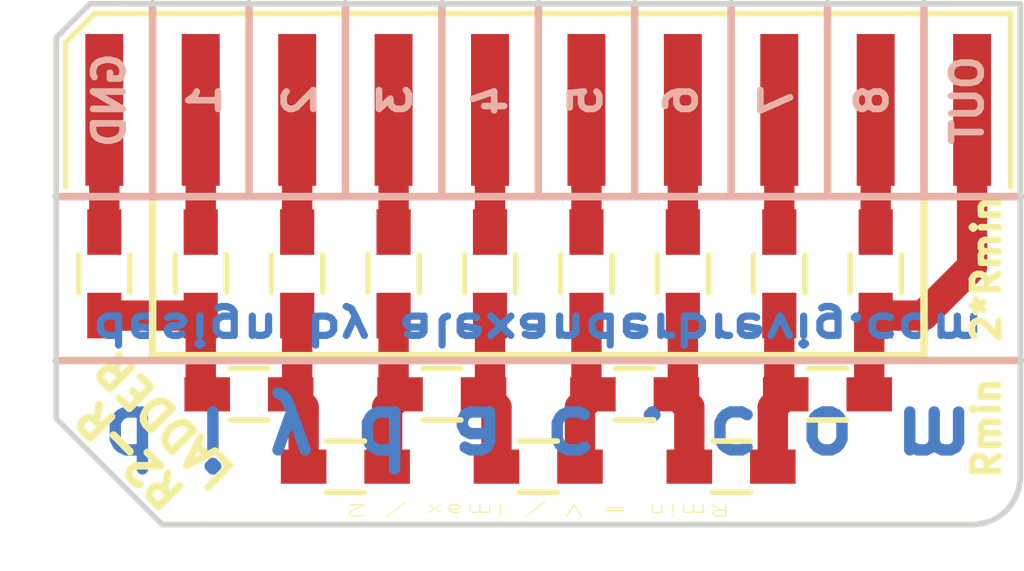
<source format=kicad_pcb>

(kicad_pcb
  (version 4)
  (host pcbnew "(2015-08-16 BZR 6097, Git b384c94)-product")
  (general
    (links 25)
    (no_connects 14)
    (area 178.994999 100.761999 204.545001 114.629001)
    (thickness 1.6)
    (drawings 36)
    (tracks 42)
    (zones 0)
    (modules 17)
    (nets 18))
  (page A)
  (layers
    (0 F.Cu signal)
    (31 B.Cu signal)
    (32 B.Adhes user)
    (33 F.Adhes user)
    (34 B.Paste user)
    (35 F.Paste user)
    (36 B.SilkS user)
    (37 F.SilkS user)
    (38 B.Mask user)
    (39 F.Mask user)
    (40 Dwgs.User user)
    (41 Cmts.User user)
    (42 Eco1.User user)
    (43 Eco2.User user)
    (44 Edge.Cuts user)
    (45 Margin user)
    (46 B.CrtYd user)
    (47 F.CrtYd user)
    (48 B.Fab user)
    (49 F.Fab user))
  (setup
    (last_trace_width 0.8)
    (trace_clearance 0.2)
    (zone_clearance 0.508)
    (zone_45_only yes)
    (trace_min 0.2)
    (segment_width 0.2)
    (edge_width 0.15)
    (via_size 0.6)
    (via_drill 0.4)
    (via_min_size 0.4)
    (via_min_drill 0.3)
    (uvia_size 0.3)
    (uvia_drill 0.1)
    (uvias_allowed no)
    (uvia_min_size 0.2)
    (uvia_min_drill 0.1)
    (pcb_text_width 0.3)
    (pcb_text_size 1.5 1.5)
    (mod_edge_width 0.15)
    (mod_text_size 1 1)
    (mod_text_width 0.15)
    (pad_size 1.524 1.524)
    (pad_drill 0.762)
    (pad_to_mask_clearance 0.2)
    (aux_axis_origin 0 0)
    (grid_origin 179.072 100.837)
    (visible_elements FFFFFF7F)
    (pcbplotparams
      (layerselection 0x010f0_80000001)
      (usegerberextensions true)
      (excludeedgelayer true)
      (linewidth 0.02)
      (plotframeref false)
      (viasonmask false)
      (mode 1)
      (useauxorigin false)
      (hpglpennumber 1)
      (hpglpenspeed 20)
      (hpglpendiameter 15)
      (hpglpenoverlay 2)
      (psnegative false)
      (psa4output false)
      (plotreference false)
      (plotvalue false)
      (plotinvisibletext false)
      (padsonsilk false)
      (subtractmaskfromsilk false)
      (outputformat 1)
      (mirror false)
      (drillshape 0)
      (scaleselection 1)
      (outputdirectory fab/)))
  (net 0 "")
  (net 1 GND)
  (net 2 "Net-(2R0-Pad2)")
  (net 3 "Net-(2R1-Pad1)")
  (net 4 "Net-(2R2-Pad1)")
  (net 5 "Net-(2R2-Pad2)")
  (net 6 "Net-(2R3-Pad1)")
  (net 7 "Net-(2R3-Pad2)")
  (net 8 "Net-(2R4-Pad1)")
  (net 9 "Net-(2R4-Pad2)")
  (net 10 "Net-(2R5-Pad1)")
  (net 11 "Net-(2R5-Pad2)")
  (net 12 "Net-(2R6-Pad1)")
  (net 13 "Net-(2R6-Pad2)")
  (net 14 "Net-(2R7-Pad1)")
  (net 15 "Net-(2R7-Pad2)")
  (net 16 "Net-(2R8-Pad1)")
  (net 17 "Net-(2R8-Pad2)")
  (net_class Default "This is the default net class."
    (clearance 0.2)
    (trace_width 0.8)
    (via_dia 0.6)
    (via_drill 0.4)
    (uvia_dia 0.3)
    (uvia_drill 0.1)
    (add_net GND)
    (add_net "Net-(2R0-Pad2)")
    (add_net "Net-(2R1-Pad1)")
    (add_net "Net-(2R2-Pad1)")
    (add_net "Net-(2R2-Pad2)")
    (add_net "Net-(2R3-Pad1)")
    (add_net "Net-(2R3-Pad2)")
    (add_net "Net-(2R4-Pad1)")
    (add_net "Net-(2R4-Pad2)")
    (add_net "Net-(2R5-Pad1)")
    (add_net "Net-(2R5-Pad2)")
    (add_net "Net-(2R6-Pad1)")
    (add_net "Net-(2R6-Pad2)")
    (add_net "Net-(2R7-Pad1)")
    (add_net "Net-(2R7-Pad2)")
    (add_net "Net-(2R8-Pad1)")
    (add_net "Net-(2R8-Pad2)"))
  (module Resistors_SMD:R_0603_HandSoldering
    (layer F.Cu)
    (tedit 55E963AB)
    (tstamp inf)
    (at 180.34 107.95 270)
    (descr "Resistor SMD 0603, hand soldering")
    (tags "resistor 0603")
    (path /55E966A0)
    (attr smd)
    (fp_text reference 2R0
      (at 0 -1.9 270)
      (layer F.SilkS) hide
      (effects
        (font
          (size 1 1)
          (thickness 0.15))))
    (fp_text value " "
      (at 0 1.9 270)
      (layer F.Fab)
      (effects
        (font
          (size 1 1)
          (thickness 0.15))))
    (fp_line
      (start -2 -0.8)
      (end 2 -0.8)
      (layer F.CrtYd)
      (width 0.05))
    (fp_line
      (start -2 0.8)
      (end 2 0.8)
      (layer F.CrtYd)
      (width 0.05))
    (fp_line
      (start -2 -0.8)
      (end -2 0.8)
      (layer F.CrtYd)
      (width 0.05))
    (fp_line
      (start 2 -0.8)
      (end 2 0.8)
      (layer F.CrtYd)
      (width 0.05))
    (fp_line
      (start 0.5 0.675)
      (end -0.5 0.675)
      (layer F.SilkS)
      (width 0.15))
    (fp_line
      (start -0.5 -0.675)
      (end 0.5 -0.675)
      (layer F.SilkS)
      (width 0.15))
    (pad 1 smd rect
      (at -1.1 0 270)
      (size 1.2 0.9)
      (layers F.Cu F.Paste F.Mask)
      (net 1 GND))
    (pad 2 smd rect
      (at 1.1 0 270)
      (size 1.2 0.9)
      (layers F.Cu F.Paste F.Mask)
      (net 2 "Net-(2R0-Pad2)"))
    (model Resistors_SMD.3dshapes/R_0603_HandSoldering.wrl
      (at
        (xyz 0 0 0))
      (scale
        (xyz 1 1 1))
      (rotate
        (xyz 0 0 0))))
  (module Resistors_SMD:R_0603_HandSoldering
    (layer F.Cu)
    (tedit 55E963B3)
    (tstamp 55E9625C)
    (at 182.88 107.95 270)
    (descr "Resistor SMD 0603, hand soldering")
    (tags "resistor 0603")
    (path /55E96239)
    (attr smd)
    (fp_text reference 2R1
      (at 0 -1.9 270)
      (layer F.SilkS) hide
      (effects
        (font
          (size 1 1)
          (thickness 0.15))))
    (fp_text value " "
      (at 0 1.9 270)
      (layer F.Fab)
      (effects
        (font
          (size 1 1)
          (thickness 0.15))))
    (fp_line
      (start -2 -0.8)
      (end 2 -0.8)
      (layer F.CrtYd)
      (width 0.05))
    (fp_line
      (start -2 0.8)
      (end 2 0.8)
      (layer F.CrtYd)
      (width 0.05))
    (fp_line
      (start -2 -0.8)
      (end -2 0.8)
      (layer F.CrtYd)
      (width 0.05))
    (fp_line
      (start 2 -0.8)
      (end 2 0.8)
      (layer F.CrtYd)
      (width 0.05))
    (fp_line
      (start 0.5 0.675)
      (end -0.5 0.675)
      (layer F.SilkS)
      (width 0.15))
    (fp_line
      (start -0.5 -0.675)
      (end 0.5 -0.675)
      (layer F.SilkS)
      (width 0.15))
    (pad 1 smd rect
      (at -1.1 0 270)
      (size 1.2 0.9)
      (layers F.Cu F.Paste F.Mask)
      (net 3 "Net-(2R1-Pad1)"))
    (pad 2 smd rect
      (at 1.1 0 270)
      (size 1.2 0.9)
      (layers F.Cu F.Paste F.Mask)
      (net 2 "Net-(2R0-Pad2)"))
    (model Resistors_SMD.3dshapes/R_0603_HandSoldering.wrl
      (at
        (xyz 0 0 0))
      (scale
        (xyz 1 1 1))
      (rotate
        (xyz 0 0 0))))
  (module Resistors_SMD:R_0603_HandSoldering
    (layer F.Cu)
    (tedit 55E963BB)
    (tstamp inf)
    (at 185.42 107.95 270)
    (descr "Resistor SMD 0603, hand soldering")
    (tags "resistor 0603")
    (path /55E96296)
    (attr smd)
    (fp_text reference 2R2
      (at 0 -1.9 270)
      (layer F.SilkS) hide
      (effects
        (font
          (size 1 1)
          (thickness 0.15))))
    (fp_text value " "
      (at 0 1.9 270)
      (layer F.Fab) hide
      (effects
        (font
          (size 1 1)
          (thickness 0.15))))
    (fp_line
      (start -2 -0.8)
      (end 2 -0.8)
      (layer F.CrtYd)
      (width 0.05))
    (fp_line
      (start -2 0.8)
      (end 2 0.8)
      (layer F.CrtYd)
      (width 0.05))
    (fp_line
      (start -2 -0.8)
      (end -2 0.8)
      (layer F.CrtYd)
      (width 0.05))
    (fp_line
      (start 2 -0.8)
      (end 2 0.8)
      (layer F.CrtYd)
      (width 0.05))
    (fp_line
      (start 0.5 0.675)
      (end -0.5 0.675)
      (layer F.SilkS)
      (width 0.15))
    (fp_line
      (start -0.5 -0.675)
      (end 0.5 -0.675)
      (layer F.SilkS)
      (width 0.15))
    (pad 1 smd rect
      (at -1.1 0 270)
      (size 1.2 0.9)
      (layers F.Cu F.Paste F.Mask)
      (net 4 "Net-(2R2-Pad1)"))
    (pad 2 smd rect
      (at 1.1 0 270)
      (size 1.2 0.9)
      (layers F.Cu F.Paste F.Mask)
      (net 5 "Net-(2R2-Pad2)"))
    (model Resistors_SMD.3dshapes/R_0603_HandSoldering.wrl
      (at
        (xyz 0 0 0))
      (scale
        (xyz 1 1 1))
      (rotate
        (xyz 0 0 0))))
  (module Resistors_SMD:R_0603_HandSoldering
    (layer F.Cu)
    (tedit 55E963C3)
    (tstamp inf)
    (at 187.96 107.95 270)
    (descr "Resistor SMD 0603, hand soldering")
    (tags "resistor 0603")
    (path /55E962C6)
    (attr smd)
    (fp_text reference 2R3
      (at 0 -1.9 270)
      (layer F.SilkS) hide
      (effects
        (font
          (size 1 1)
          (thickness 0.15))))
    (fp_text value " "
      (at 0 1.9 270)
      (layer F.Fab)
      (effects
        (font
          (size 1 1)
          (thickness 0.15))))
    (fp_line
      (start -2 -0.8)
      (end 2 -0.8)
      (layer F.CrtYd)
      (width 0.05))
    (fp_line
      (start -2 0.8)
      (end 2 0.8)
      (layer F.CrtYd)
      (width 0.05))
    (fp_line
      (start -2 -0.8)
      (end -2 0.8)
      (layer F.CrtYd)
      (width 0.05))
    (fp_line
      (start 2 -0.8)
      (end 2 0.8)
      (layer F.CrtYd)
      (width 0.05))
    (fp_line
      (start 0.5 0.675)
      (end -0.5 0.675)
      (layer F.SilkS)
      (width 0.15))
    (fp_line
      (start -0.5 -0.675)
      (end 0.5 -0.675)
      (layer F.SilkS)
      (width 0.15))
    (pad 1 smd rect
      (at -1.1 0 270)
      (size 1.2 0.9)
      (layers F.Cu F.Paste F.Mask)
      (net 6 "Net-(2R3-Pad1)"))
    (pad 2 smd rect
      (at 1.1 0 270)
      (size 1.2 0.9)
      (layers F.Cu F.Paste F.Mask)
      (net 7 "Net-(2R3-Pad2)"))
    (model Resistors_SMD.3dshapes/R_0603_HandSoldering.wrl
      (at
        (xyz 0 0 0))
      (scale
        (xyz 1 1 1))
      (rotate
        (xyz 0 0 0))))
  (module Resistors_SMD:R_0603_HandSoldering
    (layer F.Cu)
    (tedit 55E963C9)
    (tstamp 55E9626E)
    (at 190.5 107.95 270)
    (descr "Resistor SMD 0603, hand soldering")
    (tags "resistor 0603")
    (path /55E962E2)
    (attr smd)
    (fp_text reference 2R4
      (at 0 -1.9 270)
      (layer F.SilkS) hide
      (effects
        (font
          (size 1 1)
          (thickness 0.15))))
    (fp_text value " "
      (at 0 1.9 270)
      (layer F.Fab)
      (effects
        (font
          (size 1 1)
          (thickness 0.15))))
    (fp_line
      (start -2 -0.8)
      (end 2 -0.8)
      (layer F.CrtYd)
      (width 0.05))
    (fp_line
      (start -2 0.8)
      (end 2 0.8)
      (layer F.CrtYd)
      (width 0.05))
    (fp_line
      (start -2 -0.8)
      (end -2 0.8)
      (layer F.CrtYd)
      (width 0.05))
    (fp_line
      (start 2 -0.8)
      (end 2 0.8)
      (layer F.CrtYd)
      (width 0.05))
    (fp_line
      (start 0.5 0.675)
      (end -0.5 0.675)
      (layer F.SilkS)
      (width 0.15))
    (fp_line
      (start -0.5 -0.675)
      (end 0.5 -0.675)
      (layer F.SilkS)
      (width 0.15))
    (pad 1 smd rect
      (at -1.1 0 270)
      (size 1.2 0.9)
      (layers F.Cu F.Paste F.Mask)
      (net 8 "Net-(2R4-Pad1)"))
    (pad 2 smd rect
      (at 1.1 0 270)
      (size 1.2 0.9)
      (layers F.Cu F.Paste F.Mask)
      (net 9 "Net-(2R4-Pad2)"))
    (model Resistors_SMD.3dshapes/R_0603_HandSoldering.wrl
      (at
        (xyz 0 0 0))
      (scale
        (xyz 1 1 1))
      (rotate
        (xyz 0 0 0))))
  (module Resistors_SMD:R_0603_HandSoldering
    (layer F.Cu)
    (tedit 55E963CD)
    (tstamp inf)
    (at 193.04 107.95 270)
    (descr "Resistor SMD 0603, hand soldering")
    (tags "resistor 0603")
    (path /55E96301)
    (attr smd)
    (fp_text reference 2R5
      (at 0 -1.9 270)
      (layer F.SilkS) hide
      (effects
        (font
          (size 1 1)
          (thickness 0.15))))
    (fp_text value " "
      (at 0 1.9 270)
      (layer F.Fab)
      (effects
        (font
          (size 1 1)
          (thickness 0.15))))
    (fp_line
      (start -2 -0.8)
      (end 2 -0.8)
      (layer F.CrtYd)
      (width 0.05))
    (fp_line
      (start -2 0.8)
      (end 2 0.8)
      (layer F.CrtYd)
      (width 0.05))
    (fp_line
      (start -2 -0.8)
      (end -2 0.8)
      (layer F.CrtYd)
      (width 0.05))
    (fp_line
      (start 2 -0.8)
      (end 2 0.8)
      (layer F.CrtYd)
      (width 0.05))
    (fp_line
      (start 0.5 0.675)
      (end -0.5 0.675)
      (layer F.SilkS)
      (width 0.15))
    (fp_line
      (start -0.5 -0.675)
      (end 0.5 -0.675)
      (layer F.SilkS)
      (width 0.15))
    (pad 1 smd rect
      (at -1.1 0 270)
      (size 1.2 0.9)
      (layers F.Cu F.Paste F.Mask)
      (net 10 "Net-(2R5-Pad1)"))
    (pad 2 smd rect
      (at 1.1 0 270)
      (size 1.2 0.9)
      (layers F.Cu F.Paste F.Mask)
      (net 11 "Net-(2R5-Pad2)"))
    (model Resistors_SMD.3dshapes/R_0603_HandSoldering.wrl
      (at
        (xyz 0 0 0))
      (scale
        (xyz 1 1 1))
      (rotate
        (xyz 0 0 0))))
  (module Resistors_SMD:R_0603_HandSoldering
    (layer F.Cu)
    (tedit 55E963D6)
    (tstamp 55E9627A)
    (at 195.58 107.95 270)
    (descr "Resistor SMD 0603, hand soldering")
    (tags "resistor 0603")
    (path /55E96323)
    (attr smd)
    (fp_text reference 2R6
      (at 0 -1.9 270)
      (layer F.SilkS) hide
      (effects
        (font
          (size 1 1)
          (thickness 0.15))))
    (fp_text value " "
      (at 0 1.9 270)
      (layer F.Fab)
      (effects
        (font
          (size 1 1)
          (thickness 0.15))))
    (fp_line
      (start -2 -0.8)
      (end 2 -0.8)
      (layer F.CrtYd)
      (width 0.05))
    (fp_line
      (start -2 0.8)
      (end 2 0.8)
      (layer F.CrtYd)
      (width 0.05))
    (fp_line
      (start -2 -0.8)
      (end -2 0.8)
      (layer F.CrtYd)
      (width 0.05))
    (fp_line
      (start 2 -0.8)
      (end 2 0.8)
      (layer F.CrtYd)
      (width 0.05))
    (fp_line
      (start 0.5 0.675)
      (end -0.5 0.675)
      (layer F.SilkS)
      (width 0.15))
    (fp_line
      (start -0.5 -0.675)
      (end 0.5 -0.675)
      (layer F.SilkS)
      (width 0.15))
    (pad 1 smd rect
      (at -1.1 0 270)
      (size 1.2 0.9)
      (layers F.Cu F.Paste F.Mask)
      (net 12 "Net-(2R6-Pad1)"))
    (pad 2 smd rect
      (at 1.1 0 270)
      (size 1.2 0.9)
      (layers F.Cu F.Paste F.Mask)
      (net 13 "Net-(2R6-Pad2)"))
    (model Resistors_SMD.3dshapes/R_0603_HandSoldering.wrl
      (at
        (xyz 0 0 0))
      (scale
        (xyz 1 1 1))
      (rotate
        (xyz 0 0 0))))
  (module Resistors_SMD:R_0603_HandSoldering
    (layer F.Cu)
    (tedit 55E963DB)
    (tstamp inf)
    (at 198.12 107.95 270)
    (descr "Resistor SMD 0603, hand soldering")
    (tags "resistor 0603")
    (path /55E96348)
    (attr smd)
    (fp_text reference 2R7
      (at 0 -1.9 270)
      (layer F.SilkS) hide
      (effects
        (font
          (size 1 1)
          (thickness 0.15))))
    (fp_text value " "
      (at 0 1.9 270)
      (layer F.Fab)
      (effects
        (font
          (size 1 1)
          (thickness 0.15))))
    (fp_line
      (start -2 -0.8)
      (end 2 -0.8)
      (layer F.CrtYd)
      (width 0.05))
    (fp_line
      (start -2 0.8)
      (end 2 0.8)
      (layer F.CrtYd)
      (width 0.05))
    (fp_line
      (start -2 -0.8)
      (end -2 0.8)
      (layer F.CrtYd)
      (width 0.05))
    (fp_line
      (start 2 -0.8)
      (end 2 0.8)
      (layer F.CrtYd)
      (width 0.05))
    (fp_line
      (start 0.5 0.675)
      (end -0.5 0.675)
      (layer F.SilkS)
      (width 0.15))
    (fp_line
      (start -0.5 -0.675)
      (end 0.5 -0.675)
      (layer F.SilkS)
      (width 0.15))
    (pad 1 smd rect
      (at -1.1 0 270)
      (size 1.2 0.9)
      (layers F.Cu F.Paste F.Mask)
      (net 14 "Net-(2R7-Pad1)"))
    (pad 2 smd rect
      (at 1.1 0 270)
      (size 1.2 0.9)
      (layers F.Cu F.Paste F.Mask)
      (net 15 "Net-(2R7-Pad2)"))
    (model Resistors_SMD.3dshapes/R_0603_HandSoldering.wrl
      (at
        (xyz 0 0 0))
      (scale
        (xyz 1 1 1))
      (rotate
        (xyz 0 0 0))))
  (module Resistors_SMD:R_0603_HandSoldering
    (layer F.Cu)
    (tedit 55E963DF)
    (tstamp inf)
    (at 200.66 107.95 270)
    (descr "Resistor SMD 0603, hand soldering")
    (tags "resistor 0603")
    (path /55E96370)
    (attr smd)
    (fp_text reference 2R8
      (at 0 -1.9 270)
      (layer F.SilkS) hide
      (effects
        (font
          (size 1 1)
          (thickness 0.15))))
    (fp_text value " "
      (at 0 1.9 270)
      (layer F.Fab)
      (effects
        (font
          (size 1 1)
          (thickness 0.15))))
    (fp_line
      (start -2 -0.8)
      (end 2 -0.8)
      (layer F.CrtYd)
      (width 0.05))
    (fp_line
      (start -2 0.8)
      (end 2 0.8)
      (layer F.CrtYd)
      (width 0.05))
    (fp_line
      (start -2 -0.8)
      (end -2 0.8)
      (layer F.CrtYd)
      (width 0.05))
    (fp_line
      (start 2 -0.8)
      (end 2 0.8)
      (layer F.CrtYd)
      (width 0.05))
    (fp_line
      (start 0.5 0.675)
      (end -0.5 0.675)
      (layer F.SilkS)
      (width 0.15))
    (fp_line
      (start -0.5 -0.675)
      (end 0.5 -0.675)
      (layer F.SilkS)
      (width 0.15))
    (pad 1 smd rect
      (at -1.1 0 270)
      (size 1.2 0.9)
      (layers F.Cu F.Paste F.Mask)
      (net 16 "Net-(2R8-Pad1)"))
    (pad 2 smd rect
      (at 1.1 0 270)
      (size 1.2 0.9)
      (layers F.Cu F.Paste F.Mask)
      (net 17 "Net-(2R8-Pad2)"))
    (model Resistors_SMD.3dshapes/R_0603_HandSoldering.wrl
      (at
        (xyz 0 0 0))
      (scale
        (xyz 1 1 1))
      (rotate
        (xyz 0 0 0))))
  (module Resistors_SMD:R_0603_HandSoldering
    (layer F.Cu)
    (tedit 55E963B7)
    (tstamp 55E9629E)
    (at 184.15 111.125)
    (descr "Resistor SMD 0603, hand soldering")
    (tags "resistor 0603")
    (path /55E96EBB)
    (attr smd)
    (fp_text reference R1
      (at 0 -1.9)
      (layer F.SilkS) hide
      (effects
        (font
          (size 1 1)
          (thickness 0.15))))
    (fp_text value " "
      (at 0 1.9)
      (layer F.Fab)
      (effects
        (font
          (size 1 1)
          (thickness 0.15))))
    (fp_line
      (start -2 -0.8)
      (end 2 -0.8)
      (layer F.CrtYd)
      (width 0.05))
    (fp_line
      (start -2 0.8)
      (end 2 0.8)
      (layer F.CrtYd)
      (width 0.05))
    (fp_line
      (start -2 -0.8)
      (end -2 0.8)
      (layer F.CrtYd)
      (width 0.05))
    (fp_line
      (start 2 -0.8)
      (end 2 0.8)
      (layer F.CrtYd)
      (width 0.05))
    (fp_line
      (start 0.5 0.675)
      (end -0.5 0.675)
      (layer F.SilkS)
      (width 0.15))
    (fp_line
      (start -0.5 -0.675)
      (end 0.5 -0.675)
      (layer F.SilkS)
      (width 0.15))
    (pad 1 smd rect
      (at -1.1 0)
      (size 1.2 0.9)
      (layers F.Cu F.Paste F.Mask)
      (net 2 "Net-(2R0-Pad2)"))
    (pad 2 smd rect
      (at 1.1 0)
      (size 1.2 0.9)
      (layers F.Cu F.Paste F.Mask)
      (net 5 "Net-(2R2-Pad2)"))
    (model Resistors_SMD.3dshapes/R_0603_HandSoldering.wrl
      (at
        (xyz 0 0 0))
      (scale
        (xyz 1 1 1))
      (rotate
        (xyz 0 0 0))))
  (module Resistors_SMD:R_0603_HandSoldering
    (layer F.Cu)
    (tedit 55E963EB)
    (tstamp 55E962A4)
    (at 186.69 113.03)
    (descr "Resistor SMD 0603, hand soldering")
    (tags "resistor 0603")
    (path /55E96FF9)
    (attr smd)
    (fp_text reference R2
      (at 0 -1.9)
      (layer F.SilkS) hide
      (effects
        (font
          (size 1 1)
          (thickness 0.15))))
    (fp_text value " "
      (at 0 1.9)
      (layer F.Fab)
      (effects
        (font
          (size 1 1)
          (thickness 0.15))))
    (fp_line
      (start -2 -0.8)
      (end 2 -0.8)
      (layer F.CrtYd)
      (width 0.05))
    (fp_line
      (start -2 0.8)
      (end 2 0.8)
      (layer F.CrtYd)
      (width 0.05))
    (fp_line
      (start -2 -0.8)
      (end -2 0.8)
      (layer F.CrtYd)
      (width 0.05))
    (fp_line
      (start 2 -0.8)
      (end 2 0.8)
      (layer F.CrtYd)
      (width 0.05))
    (fp_line
      (start 0.5 0.675)
      (end -0.5 0.675)
      (layer F.SilkS)
      (width 0.15))
    (fp_line
      (start -0.5 -0.675)
      (end 0.5 -0.675)
      (layer F.SilkS)
      (width 0.15))
    (pad 1 smd rect
      (at -1.1 0)
      (size 1.2 0.9)
      (layers F.Cu F.Paste F.Mask)
      (net 5 "Net-(2R2-Pad2)"))
    (pad 2 smd rect
      (at 1.1 0)
      (size 1.2 0.9)
      (layers F.Cu F.Paste F.Mask)
      (net 7 "Net-(2R3-Pad2)"))
    (model Resistors_SMD.3dshapes/R_0603_HandSoldering.wrl
      (at
        (xyz 0 0 0))
      (scale
        (xyz 1 1 1))
      (rotate
        (xyz 0 0 0))))
  (module Resistors_SMD:R_0603_HandSoldering
    (layer F.Cu)
    (tedit 55E963C6)
    (tstamp 55E962AA)
    (at 189.23 111.125)
    (descr "Resistor SMD 0603, hand soldering")
    (tags "resistor 0603")
    (path /55E9708D)
    (attr smd)
    (fp_text reference R3
      (at 0 -1.9)
      (layer F.SilkS) hide
      (effects
        (font
          (size 1 1)
          (thickness 0.15))))
    (fp_text value " "
      (at 0 1.9)
      (layer F.Fab)
      (effects
        (font
          (size 1 1)
          (thickness 0.15))))
    (fp_line
      (start -2 -0.8)
      (end 2 -0.8)
      (layer F.CrtYd)
      (width 0.05))
    (fp_line
      (start -2 0.8)
      (end 2 0.8)
      (layer F.CrtYd)
      (width 0.05))
    (fp_line
      (start -2 -0.8)
      (end -2 0.8)
      (layer F.CrtYd)
      (width 0.05))
    (fp_line
      (start 2 -0.8)
      (end 2 0.8)
      (layer F.CrtYd)
      (width 0.05))
    (fp_line
      (start 0.5 0.675)
      (end -0.5 0.675)
      (layer F.SilkS)
      (width 0.15))
    (fp_line
      (start -0.5 -0.675)
      (end 0.5 -0.675)
      (layer F.SilkS)
      (width 0.15))
    (pad 1 smd rect
      (at -1.1 0)
      (size 1.2 0.9)
      (layers F.Cu F.Paste F.Mask)
      (net 7 "Net-(2R3-Pad2)"))
    (pad 2 smd rect
      (at 1.1 0)
      (size 1.2 0.9)
      (layers F.Cu F.Paste F.Mask)
      (net 9 "Net-(2R4-Pad2)"))
    (model Resistors_SMD.3dshapes/R_0603_HandSoldering.wrl
      (at
        (xyz 0 0 0))
      (scale
        (xyz 1 1 1))
      (rotate
        (xyz 0 0 0))))
  (module Resistors_SMD:R_0603_HandSoldering
    (layer F.Cu)
    (tedit 55E963E5)
    (tstamp 55E962B0)
    (at 191.77 113.03)
    (descr "Resistor SMD 0603, hand soldering")
    (tags "resistor 0603")
    (path /55E97098)
    (attr smd)
    (fp_text reference R4
      (at 0 -1.9)
      (layer F.SilkS) hide
      (effects
        (font
          (size 1 1)
          (thickness 0.15))))
    (fp_text value " "
      (at 0 1.9)
      (layer F.Fab)
      (effects
        (font
          (size 1 1)
          (thickness 0.15))))
    (fp_line
      (start -2 -0.8)
      (end 2 -0.8)
      (layer F.CrtYd)
      (width 0.05))
    (fp_line
      (start -2 0.8)
      (end 2 0.8)
      (layer F.CrtYd)
      (width 0.05))
    (fp_line
      (start -2 -0.8)
      (end -2 0.8)
      (layer F.CrtYd)
      (width 0.05))
    (fp_line
      (start 2 -0.8)
      (end 2 0.8)
      (layer F.CrtYd)
      (width 0.05))
    (fp_line
      (start 0.5 0.675)
      (end -0.5 0.675)
      (layer F.SilkS)
      (width 0.15))
    (fp_line
      (start -0.5 -0.675)
      (end 0.5 -0.675)
      (layer F.SilkS)
      (width 0.15))
    (pad 1 smd rect
      (at -1.1 0)
      (size 1.2 0.9)
      (layers F.Cu F.Paste F.Mask)
      (net 9 "Net-(2R4-Pad2)"))
    (pad 2 smd rect
      (at 1.1 0)
      (size 1.2 0.9)
      (layers F.Cu F.Paste F.Mask)
      (net 11 "Net-(2R5-Pad2)"))
    (model Resistors_SMD.3dshapes/R_0603_HandSoldering.wrl
      (at
        (xyz 0 0 0))
      (scale
        (xyz 1 1 1))
      (rotate
        (xyz 0 0 0))))
  (module Resistors_SMD:R_0603_HandSoldering
    (layer F.Cu)
    (tedit 55E963D0)
    (tstamp 55E962B6)
    (at 194.31 111.125)
    (descr "Resistor SMD 0603, hand soldering")
    (tags "resistor 0603")
    (path /55E97117)
    (attr smd)
    (fp_text reference R5
      (at 0 -1.9)
      (layer F.SilkS) hide
      (effects
        (font
          (size 1 1)
          (thickness 0.15))))
    (fp_text value " "
      (at 0 1.9)
      (layer F.Fab)
      (effects
        (font
          (size 1 1)
          (thickness 0.15))))
    (fp_line
      (start -2 -0.8)
      (end 2 -0.8)
      (layer F.CrtYd)
      (width 0.05))
    (fp_line
      (start -2 0.8)
      (end 2 0.8)
      (layer F.CrtYd)
      (width 0.05))
    (fp_line
      (start -2 -0.8)
      (end -2 0.8)
      (layer F.CrtYd)
      (width 0.05))
    (fp_line
      (start 2 -0.8)
      (end 2 0.8)
      (layer F.CrtYd)
      (width 0.05))
    (fp_line
      (start 0.5 0.675)
      (end -0.5 0.675)
      (layer F.SilkS)
      (width 0.15))
    (fp_line
      (start -0.5 -0.675)
      (end 0.5 -0.675)
      (layer F.SilkS)
      (width 0.15))
    (pad 1 smd rect
      (at -1.1 0)
      (size 1.2 0.9)
      (layers F.Cu F.Paste F.Mask)
      (net 11 "Net-(2R5-Pad2)"))
    (pad 2 smd rect
      (at 1.1 0)
      (size 1.2 0.9)
      (layers F.Cu F.Paste F.Mask)
      (net 13 "Net-(2R6-Pad2)"))
    (model Resistors_SMD.3dshapes/R_0603_HandSoldering.wrl
      (at
        (xyz 0 0 0))
      (scale
        (xyz 1 1 1))
      (rotate
        (xyz 0 0 0))))
  (module Resistors_SMD:R_0603_HandSoldering
    (layer F.Cu)
    (tedit 55E963E3)
    (tstamp 55E962BC)
    (at 196.85 113.03)
    (descr "Resistor SMD 0603, hand soldering")
    (tags "resistor 0603")
    (path /55E97122)
    (attr smd)
    (fp_text reference R6
      (at 0 -1.9)
      (layer F.SilkS) hide
      (effects
        (font
          (size 1 1)
          (thickness 0.15))))
    (fp_text value " "
      (at 0 1.9)
      (layer F.Fab)
      (effects
        (font
          (size 1 1)
          (thickness 0.15))))
    (fp_line
      (start -2 -0.8)
      (end 2 -0.8)
      (layer F.CrtYd)
      (width 0.05))
    (fp_line
      (start -2 0.8)
      (end 2 0.8)
      (layer F.CrtYd)
      (width 0.05))
    (fp_line
      (start -2 -0.8)
      (end -2 0.8)
      (layer F.CrtYd)
      (width 0.05))
    (fp_line
      (start 2 -0.8)
      (end 2 0.8)
      (layer F.CrtYd)
      (width 0.05))
    (fp_line
      (start 0.5 0.675)
      (end -0.5 0.675)
      (layer F.SilkS)
      (width 0.15))
    (fp_line
      (start -0.5 -0.675)
      (end 0.5 -0.675)
      (layer F.SilkS)
      (width 0.15))
    (pad 1 smd rect
      (at -1.1 0)
      (size 1.2 0.9)
      (layers F.Cu F.Paste F.Mask)
      (net 13 "Net-(2R6-Pad2)"))
    (pad 2 smd rect
      (at 1.1 0)
      (size 1.2 0.9)
      (layers F.Cu F.Paste F.Mask)
      (net 15 "Net-(2R7-Pad2)"))
    (model Resistors_SMD.3dshapes/R_0603_HandSoldering.wrl
      (at
        (xyz 0 0 0))
      (scale
        (xyz 1 1 1))
      (rotate
        (xyz 0 0 0))))
  (module Resistors_SMD:R_0603_HandSoldering
    (layer F.Cu)
    (tedit 55E963DD)
    (tstamp 55E962C2)
    (at 199.39 111.125)
    (descr "Resistor SMD 0603, hand soldering")
    (tags "resistor 0603")
    (path /55E9712D)
    (attr smd)
    (fp_text reference R7
      (at 0 -1.9)
      (layer F.SilkS) hide
      (effects
        (font
          (size 1 1)
          (thickness 0.15))))
    (fp_text value " "
      (at 0 1.9)
      (layer F.Fab)
      (effects
        (font
          (size 1 1)
          (thickness 0.15))))
    (fp_line
      (start -2 -0.8)
      (end 2 -0.8)
      (layer F.CrtYd)
      (width 0.05))
    (fp_line
      (start -2 0.8)
      (end 2 0.8)
      (layer F.CrtYd)
      (width 0.05))
    (fp_line
      (start -2 -0.8)
      (end -2 0.8)
      (layer F.CrtYd)
      (width 0.05))
    (fp_line
      (start 2 -0.8)
      (end 2 0.8)
      (layer F.CrtYd)
      (width 0.05))
    (fp_line
      (start 0.5 0.675)
      (end -0.5 0.675)
      (layer F.SilkS)
      (width 0.15))
    (fp_line
      (start -0.5 -0.675)
      (end 0.5 -0.675)
      (layer F.SilkS)
      (width 0.15))
    (pad 1 smd rect
      (at -1.1 0)
      (size 1.2 0.9)
      (layers F.Cu F.Paste F.Mask)
      (net 15 "Net-(2R7-Pad2)"))
    (pad 2 smd rect
      (at 1.1 0)
      (size 1.2 0.9)
      (layers F.Cu F.Paste F.Mask)
      (net 17 "Net-(2R8-Pad2)"))
    (model Resistors_SMD.3dshapes/R_0603_HandSoldering.wrl
      (at
        (xyz 0 0 0))
      (scale
        (xyz 1 1 1))
      (rotate
        (xyz 0 0 0))))
  (module diydac:SMD_10P_100mil_laying_short
    (layer F.Cu)
    (tedit 55E96CCC)
    (tstamp inf)
    (at 180.34 103.632)
    (path /55E96160)
    (fp_text reference P1
      (at -1.778 0.254 90)
      (layer F.SilkS) hide
      (effects
        (font
          (size 1 1)
          (thickness 0.15))))
    (fp_text value CONN_01X10
      (at 0 -3.556)
      (layer F.Fab) hide
      (effects
        (font
          (size 1 1)
          (thickness 0.15))))
    (fp_line
      (start 23.876 -2.54)
      (end 23.876 2.032)
      (layer F.SilkS)
      (width 0.15))
    (fp_line
      (start -1.016 -1.778)
      (end -1.016 2.032)
      (layer F.SilkS)
      (width 0.15))
    (fp_line
      (start -1.016 -1.778)
      (end -0.254 -2.54)
      (layer F.SilkS)
      (width 0.15))
    (fp_line
      (start -0.254 -2.54)
      (end 23.876 -2.54)
      (layer F.SilkS)
      (width 0.15))
    (pad 10 smd rect
      (at 22.86 0)
      (size 1 4)
      (layers F.Cu F.Paste F.Mask)
      (net 17 "Net-(2R8-Pad2)"))
    (pad 9 smd rect
      (at 20.32 0)
      (size 1 4)
      (layers F.Cu F.Paste F.Mask)
      (net 16 "Net-(2R8-Pad1)"))
    (pad 8 smd rect
      (at 17.78 0)
      (size 1 4)
      (layers F.Cu F.Paste F.Mask)
      (net 14 "Net-(2R7-Pad1)"))
    (pad 7 smd rect
      (at 15.24 0)
      (size 1 4)
      (layers F.Cu F.Paste F.Mask)
      (net 12 "Net-(2R6-Pad1)"))
    (pad 6 smd rect
      (at 12.7 0)
      (size 1 4)
      (layers F.Cu F.Paste F.Mask)
      (net 10 "Net-(2R5-Pad1)"))
    (pad 5 smd rect
      (at 10.16 0)
      (size 1 4)
      (layers F.Cu F.Paste F.Mask)
      (net 8 "Net-(2R4-Pad1)"))
    (pad 4 smd rect
      (at 7.62 0)
      (size 1 4)
      (layers F.Cu F.Paste F.Mask)
      (net 6 "Net-(2R3-Pad1)"))
    (pad 3 smd rect
      (at 5.08 0)
      (size 1 4)
      (layers F.Cu F.Paste F.Mask)
      (net 4 "Net-(2R2-Pad1)"))
    (pad 2 smd rect
      (at 2.54 0)
      (size 1 4)
      (layers F.Cu F.Paste F.Mask)
      (net 3 "Net-(2R1-Pad1)"))
    (pad 1 smd rect
      (at 0 0)
      (size 1 4)
      (layers F.Cu F.Paste F.Mask)
      (net 1 GND)))
  (gr_line
    (start 201.932 101.091)
    (end 201.932 110.108)
    (layer F.SilkS)
    (width 0.2))
  (gr_line
    (start 181.612 101.091)
    (end 181.612 110.108)
    (layer F.SilkS)
    (width 0.2))
  (gr_line
    (start 179.072 111.759)
    (end 179.072 102.107)
    (layer Edge.Cuts)
    (width 0.15))
  (gr_line
    (start 179.961 100.837)
    (end 180.342 100.837)
    (layer Edge.Cuts)
    (width 0.15))
  (gr_line
    (start 179.072 101.726)
    (end 179.961 100.837)
    (layer Edge.Cuts)
    (width 0.15))
  (gr_line
    (start 179.072 101.853)
    (end 179.072 101.726)
    (layer Edge.Cuts)
    (width 0.15))
  (gr_line
    (start 179.072 102.107)
    (end 179.072 101.853)
    (layer Edge.Cuts)
    (width 0.15))
  (gr_line
    (start 204.472 110.235)
    (end 179.072 110.235)
    (layer B.SilkS)
    (width 0.2))
  (gr_line
    (start 204.472 105.917)
    (end 179.072 105.917)
    (layer B.SilkS)
    (width 0.2))
  (gr_line
    (start 201.932 105.917)
    (end 201.932 100.837)
    (layer B.SilkS)
    (width 0.2))
  (gr_line
    (start 199.392 105.917)
    (end 199.392 100.837)
    (layer B.SilkS)
    (width 0.2))
  (gr_line
    (start 196.852 105.917)
    (end 196.852 100.837)
    (layer B.SilkS)
    (width 0.2))
  (gr_line
    (start 194.312 105.917)
    (end 194.312 100.837)
    (layer B.SilkS)
    (width 0.2))
  (gr_line
    (start 191.772 105.917)
    (end 191.772 100.837)
    (layer B.SilkS)
    (width 0.2))
  (gr_line
    (start 189.232 105.917)
    (end 189.232 100.837)
    (layer B.SilkS)
    (width 0.2))
  (gr_line
    (start 186.692 105.917)
    (end 186.692 100.837)
    (layer B.SilkS)
    (width 0.2))
  (gr_line
    (start 184.152 105.917)
    (end 184.152 100.837)
    (layer B.SilkS)
    (width 0.2))
  (gr_line
    (start 181.612 105.917)
    (end 181.612 100.837)
    (layer B.SilkS)
    (width 0.2))
  (gr_line
    (start 204.47 111.76)
    (end 204.47 101.981)
    (angle 90)
    (layer Edge.Cuts)
    (width 0.15))
  (gr_line
    (start 204.47 100.838)
    (end 204.47 101.981)
    (angle 90)
    (layer Edge.Cuts)
    (width 0.15))
  (gr_line
    (start 180.342 100.837)
    (end 204.47 100.838)
    (angle 90)
    (layer Edge.Cuts)
    (width 0.15))
  (gr_line
    (start 181.864 114.554)
    (end 182.88 114.554)
    (angle 90)
    (layer Edge.Cuts)
    (width 0.15))
  (gr_line
    (start 181.61 114.3)
    (end 181.864 114.554)
    (angle 90)
    (layer Edge.Cuts)
    (width 0.15))
  (gr_line
    (start 204.47 113.284)
    (end 204.47 113.03)
    (angle 90)
    (layer Edge.Cuts)
    (width 0.15))
  (gr_line
    (start 181.612 110.108)
    (end 201.932 110.108)
    (angle 90)
    (layer F.SilkS)
    (width 0.2))
  (gr_line
    (start 204.47 113.03)
    (end 204.47 111.76)
    (angle 90)
    (layer Edge.Cuts)
    (width 0.15))
  (gr_line
    (start 182.88 114.554)
    (end 203.2 114.554)
    (angle 90)
    (layer Edge.Cuts)
    (width 0.15))
  (gr_line
    (start 179.07 111.76)
    (end 181.61 114.3)
    (angle 90)
    (layer Edge.Cuts)
    (width 0.15))
  (gr_text "R2-R\nLADDER"
    (at 181.485 112.267 135)
    (layer F.SilkS)
    (effects
      (font
        (size 0.8 0.8)
        (thickness 0.2))))
  (gr_text "design by alexanderbrevig.com"
    (at 191.762 109.407 180)
    (layer B.Cu)
    (effects
      (font
        (size 0.762 1)
        (thickness 0.1905))
      (justify mirror)))
  (gr_text "d i y d a c . c o m"
    (at 191.772 112.267 180)
    (layer B.Cu)
    (effects
      (font
        (size 1.5 1.5)
        (thickness 0.3))
      (justify mirror)))
  (gr_text "GND\n\n1\n\n2\n\n3\n\n4\n\n5\n\n6\n\n7\n\n8\n\nOUT"
    (at 191.772 103.377 90)
    (layer B.SilkS)
    (effects
      (font
        (size 0.78 0.8)
        (thickness 0.175))
      (justify mirror)))
  (gr_text 2*Rmin
    (at 203.581 107.823 90)
    (layer F.SilkS)
    (effects
      (font
        (size 0.7 0.7)
        (thickness 0.175))))
  (gr_text Rmin
    (at 203.581 112.014 90)
    (layer F.SilkS)
    (effects
      (font
        (size 0.7 0.7)
        (thickness 0.175))))
  (gr_text "Rmin = V / Imax / 2"
    (at 191.772 114.172 180)
    (layer F.SilkS)
    (effects
      (font
        (size 0.3 0.6)
        (thickness 0.03175))))
  (gr_arc
    (start 203.2 113.284)
    (end 204.47 113.284)
    (angle 90)
    (layer Edge.Cuts)
    (width 0.15))
  (segment
    (start 180.34 103.632)
    (end 180.34 106.85)
    (width 0.8)
    (layer F.Cu)
    (net 1))
  (segment
    (start 180.34 109.05)
    (end 182.88 109.05)
    (width 0.8)
    (layer F.Cu)
    (net 2))
  (segment
    (start 182.88 109.05)
    (end 182.88 110.955)
    (width 0.8)
    (layer F.Cu)
    (net 2))
  (segment
    (start 182.88 110.955)
    (end 183.05 111.125)
    (width 0.8)
    (layer F.Cu)
    (net 2))
  (segment
    (start 182.88 103.632)
    (end 182.88 106.85)
    (width 0.8)
    (layer F.Cu)
    (net 3))
  (segment
    (start 185.42 103.632)
    (end 185.42 106.85)
    (width 0.8)
    (layer F.Cu)
    (net 4))
  (segment
    (start 185.42 109.05)
    (end 185.42 110.955)
    (width 0.8)
    (layer F.Cu)
    (net 5))
  (segment
    (start 185.42 110.955)
    (end 185.25 111.125)
    (width 0.8)
    (layer F.Cu)
    (net 5))
  (segment
    (start 185.59 113.03)
    (end 185.59 111.465)
    (width 0.8)
    (layer F.Cu)
    (net 5))
  (segment
    (start 185.59 111.465)
    (end 185.25 111.125)
    (width 0.8)
    (layer F.Cu)
    (net 5))
  (segment
    (start 187.96 103.632)
    (end 187.96 106.85)
    (width 0.8)
    (layer F.Cu)
    (net 6))
  (segment
    (start 187.79 113.03)
    (end 187.79 111.465)
    (width 0.8)
    (layer F.Cu)
    (net 7))
  (segment
    (start 187.79 111.465)
    (end 188.13 111.125)
    (width 0.8)
    (layer F.Cu)
    (net 7))
  (segment
    (start 187.96 109.05)
    (end 187.96 110.955)
    (width 0.8)
    (layer F.Cu)
    (net 7))
  (segment
    (start 187.96 110.955)
    (end 188.13 111.125)
    (width 0.8)
    (layer F.Cu)
    (net 7))
  (segment
    (start 190.5 103.632)
    (end 190.5 106.85)
    (width 0.8)
    (layer F.Cu)
    (net 8))
  (segment
    (start 190.5 109.05)
    (end 190.5 110.955)
    (width 0.8)
    (layer F.Cu)
    (net 9))
  (segment
    (start 190.5 110.955)
    (end 190.33 111.125)
    (width 0.8)
    (layer F.Cu)
    (net 9))
  (segment
    (start 190.67 113.03)
    (end 190.67 111.465)
    (width 0.8)
    (layer F.Cu)
    (net 9))
  (segment
    (start 190.67 111.465)
    (end 190.33 111.125)
    (width 0.8)
    (layer F.Cu)
    (net 9))
  (segment
    (start 193.04 103.632)
    (end 193.04 106.85)
    (width 0.8)
    (layer F.Cu)
    (net 10))
  (segment
    (start 192.87 113.03)
    (end 192.87 111.465)
    (width 0.8)
    (layer F.Cu)
    (net 11))
  (segment
    (start 192.87 111.465)
    (end 193.21 111.125)
    (width 0.8)
    (layer F.Cu)
    (net 11))
  (segment
    (start 193.04 109.05)
    (end 193.04 110.955)
    (width 0.8)
    (layer F.Cu)
    (net 11))
  (segment
    (start 193.04 110.955)
    (end 193.21 111.125)
    (width 0.8)
    (layer F.Cu)
    (net 11))
  (segment
    (start 195.58 103.632)
    (end 195.58 106.85)
    (width 0.8)
    (layer F.Cu)
    (net 12))
  (segment
    (start 195.58 109.05)
    (end 195.58 110.955)
    (width 0.8)
    (layer F.Cu)
    (net 13))
  (segment
    (start 195.58 110.955)
    (end 195.41 111.125)
    (width 0.8)
    (layer F.Cu)
    (net 13))
  (segment
    (start 195.75 113.03)
    (end 195.75 111.465)
    (width 0.8)
    (layer F.Cu)
    (net 13))
  (segment
    (start 195.75 111.465)
    (end 195.41 111.125)
    (width 0.8)
    (layer F.Cu)
    (net 13))
  (segment
    (start 198.12 103.632)
    (end 198.12 106.85)
    (width 0.8)
    (layer F.Cu)
    (net 14))
  (segment
    (start 197.95 113.03)
    (end 197.95 111.465)
    (width 0.8)
    (layer F.Cu)
    (net 15))
  (segment
    (start 197.95 111.465)
    (end 198.29 111.125)
    (width 0.8)
    (layer F.Cu)
    (net 15))
  (segment
    (start 198.12 109.05)
    (end 198.12 110.955)
    (width 0.8)
    (layer F.Cu)
    (net 15))
  (segment
    (start 198.12 110.955)
    (end 198.29 111.125)
    (width 0.8)
    (layer F.Cu)
    (net 15))
  (segment
    (start 200.66 103.632)
    (end 200.66 106.85)
    (width 0.8)
    (layer F.Cu)
    (net 16))
  (segment
    (start 200.66 109.05)
    (end 201.91 109.05)
    (width 0.8)
    (layer F.Cu)
    (net 17))
  (segment
    (start 201.91 109.05)
    (end 203.2 107.76)
    (width 0.8)
    (layer F.Cu)
    (net 17))
  (segment
    (start 203.2 107.76)
    (end 203.2 106.51)
    (width 0.8)
    (layer F.Cu)
    (net 17))
  (segment
    (start 200.49 111.125)
    (end 200.49 109.22)
    (width 0.8)
    (layer F.Cu)
    (net 17))
  (segment
    (start 200.49 109.22)
    (end 200.66 109.05)
    (width 0.8)
    (layer F.Cu)
    (net 17))
  (segment
    (start 203.2 103.632)
    (end 203.2 106.51)
    (width 0.8)
    (layer F.Cu)
    (net 17)))
</source>
